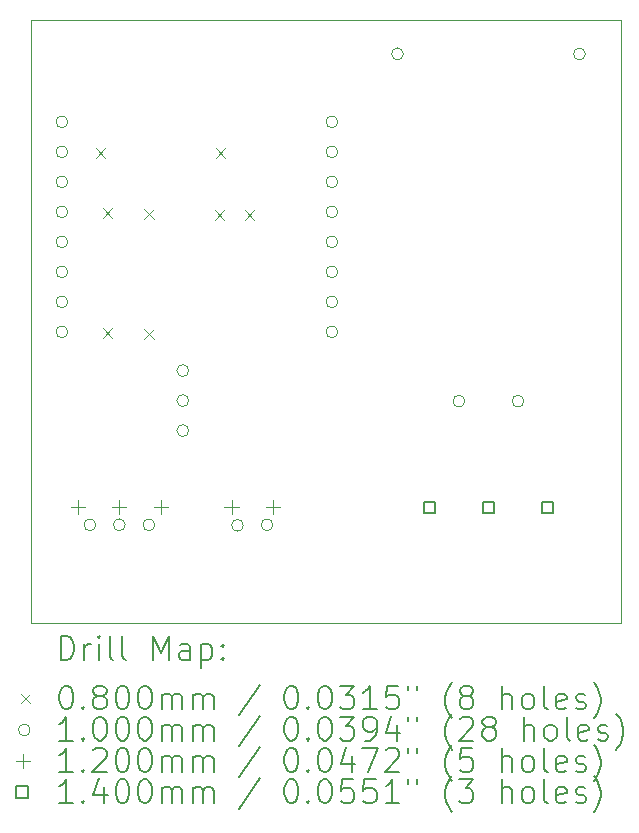
<source format=gbr>
%TF.GenerationSoftware,KiCad,Pcbnew,(6.0.7)*%
%TF.CreationDate,2022-12-11T11:01:54+01:00*%
%TF.ProjectId,CT_Clamp,43545f43-6c61-46d7-902e-6b696361645f,rev?*%
%TF.SameCoordinates,Original*%
%TF.FileFunction,Drillmap*%
%TF.FilePolarity,Positive*%
%FSLAX45Y45*%
G04 Gerber Fmt 4.5, Leading zero omitted, Abs format (unit mm)*
G04 Created by KiCad (PCBNEW (6.0.7)) date 2022-12-11 11:01:54*
%MOMM*%
%LPD*%
G01*
G04 APERTURE LIST*
%ADD10C,0.100000*%
%ADD11C,0.200000*%
%ADD12C,0.080000*%
%ADD13C,0.120000*%
%ADD14C,0.140000*%
G04 APERTURE END LIST*
D10*
X12175000Y-7150000D02*
X17175000Y-7150000D01*
X17175000Y-7150000D02*
X17175000Y-12250000D01*
X17175000Y-12250000D02*
X12175000Y-12250000D01*
X12175000Y-12250000D02*
X12175000Y-7150000D01*
D11*
D12*
X12727000Y-8235000D02*
X12807000Y-8315000D01*
X12807000Y-8235000D02*
X12727000Y-8315000D01*
X12785000Y-8744000D02*
X12865000Y-8824000D01*
X12865000Y-8744000D02*
X12785000Y-8824000D01*
X12785000Y-9760000D02*
X12865000Y-9840000D01*
X12865000Y-9760000D02*
X12785000Y-9840000D01*
X13135000Y-8752000D02*
X13215000Y-8832000D01*
X13215000Y-8752000D02*
X13135000Y-8832000D01*
X13135000Y-9768000D02*
X13215000Y-9848000D01*
X13215000Y-9768000D02*
X13135000Y-9848000D01*
X13735000Y-8760000D02*
X13815000Y-8840000D01*
X13815000Y-8760000D02*
X13735000Y-8840000D01*
X13743000Y-8235000D02*
X13823000Y-8315000D01*
X13823000Y-8235000D02*
X13743000Y-8315000D01*
X13985000Y-8760000D02*
X14065000Y-8840000D01*
X14065000Y-8760000D02*
X13985000Y-8840000D01*
D10*
X12488022Y-8011000D02*
G75*
G03*
X12488022Y-8011000I-50000J0D01*
G01*
X12488022Y-8265000D02*
G75*
G03*
X12488022Y-8265000I-50000J0D01*
G01*
X12488022Y-8519000D02*
G75*
G03*
X12488022Y-8519000I-50000J0D01*
G01*
X12488022Y-8773000D02*
G75*
G03*
X12488022Y-8773000I-50000J0D01*
G01*
X12488022Y-9027000D02*
G75*
G03*
X12488022Y-9027000I-50000J0D01*
G01*
X12488022Y-9281000D02*
G75*
G03*
X12488022Y-9281000I-50000J0D01*
G01*
X12488022Y-9535000D02*
G75*
G03*
X12488022Y-9535000I-50000J0D01*
G01*
X12488022Y-9789000D02*
G75*
G03*
X12488022Y-9789000I-50000J0D01*
G01*
X12725000Y-11422320D02*
G75*
G03*
X12725000Y-11422320I-50000J0D01*
G01*
X12975000Y-11422320D02*
G75*
G03*
X12975000Y-11422320I-50000J0D01*
G01*
X13225000Y-11422320D02*
G75*
G03*
X13225000Y-11422320I-50000J0D01*
G01*
X13512500Y-10117000D02*
G75*
G03*
X13512500Y-10117000I-50000J0D01*
G01*
X13512500Y-10371000D02*
G75*
G03*
X13512500Y-10371000I-50000J0D01*
G01*
X13512500Y-10625000D02*
G75*
G03*
X13512500Y-10625000I-50000J0D01*
G01*
X13975000Y-11427400D02*
G75*
G03*
X13975000Y-11427400I-50000J0D01*
G01*
X14225000Y-11422320D02*
G75*
G03*
X14225000Y-11422320I-50000J0D01*
G01*
X14774022Y-8011000D02*
G75*
G03*
X14774022Y-8011000I-50000J0D01*
G01*
X14774022Y-8265000D02*
G75*
G03*
X14774022Y-8265000I-50000J0D01*
G01*
X14774022Y-8519000D02*
G75*
G03*
X14774022Y-8519000I-50000J0D01*
G01*
X14774022Y-8773000D02*
G75*
G03*
X14774022Y-8773000I-50000J0D01*
G01*
X14774022Y-9027000D02*
G75*
G03*
X14774022Y-9027000I-50000J0D01*
G01*
X14774022Y-9281000D02*
G75*
G03*
X14774022Y-9281000I-50000J0D01*
G01*
X14774022Y-9535000D02*
G75*
G03*
X14774022Y-9535000I-50000J0D01*
G01*
X14774022Y-9789000D02*
G75*
G03*
X14774022Y-9789000I-50000J0D01*
G01*
X15330000Y-7435000D02*
G75*
G03*
X15330000Y-7435000I-50000J0D01*
G01*
X15850000Y-10375000D02*
G75*
G03*
X15850000Y-10375000I-50000J0D01*
G01*
X16350000Y-10375000D02*
G75*
G03*
X16350000Y-10375000I-50000J0D01*
G01*
X16870000Y-7435000D02*
G75*
G03*
X16870000Y-7435000I-50000J0D01*
G01*
D13*
X12575000Y-11215000D02*
X12575000Y-11335000D01*
X12515000Y-11275000D02*
X12635000Y-11275000D01*
X12925000Y-11215000D02*
X12925000Y-11335000D01*
X12865000Y-11275000D02*
X12985000Y-11275000D01*
X13275000Y-11215000D02*
X13275000Y-11335000D01*
X13215000Y-11275000D02*
X13335000Y-11275000D01*
X13875000Y-11215000D02*
X13875000Y-11335000D01*
X13815000Y-11275000D02*
X13935000Y-11275000D01*
X14225000Y-11215000D02*
X14225000Y-11335000D01*
X14165000Y-11275000D02*
X14285000Y-11275000D01*
D14*
X15599498Y-11324498D02*
X15599498Y-11225502D01*
X15500502Y-11225502D01*
X15500502Y-11324498D01*
X15599498Y-11324498D01*
X16099498Y-11324498D02*
X16099498Y-11225502D01*
X16000502Y-11225502D01*
X16000502Y-11324498D01*
X16099498Y-11324498D01*
X16599498Y-11324498D02*
X16599498Y-11225502D01*
X16500502Y-11225502D01*
X16500502Y-11324498D01*
X16599498Y-11324498D01*
D11*
X12427619Y-12565476D02*
X12427619Y-12365476D01*
X12475238Y-12365476D01*
X12503809Y-12375000D01*
X12522857Y-12394048D01*
X12532381Y-12413095D01*
X12541905Y-12451190D01*
X12541905Y-12479762D01*
X12532381Y-12517857D01*
X12522857Y-12536905D01*
X12503809Y-12555952D01*
X12475238Y-12565476D01*
X12427619Y-12565476D01*
X12627619Y-12565476D02*
X12627619Y-12432143D01*
X12627619Y-12470238D02*
X12637143Y-12451190D01*
X12646667Y-12441667D01*
X12665714Y-12432143D01*
X12684762Y-12432143D01*
X12751428Y-12565476D02*
X12751428Y-12432143D01*
X12751428Y-12365476D02*
X12741905Y-12375000D01*
X12751428Y-12384524D01*
X12760952Y-12375000D01*
X12751428Y-12365476D01*
X12751428Y-12384524D01*
X12875238Y-12565476D02*
X12856190Y-12555952D01*
X12846667Y-12536905D01*
X12846667Y-12365476D01*
X12980000Y-12565476D02*
X12960952Y-12555952D01*
X12951428Y-12536905D01*
X12951428Y-12365476D01*
X13208571Y-12565476D02*
X13208571Y-12365476D01*
X13275238Y-12508333D01*
X13341905Y-12365476D01*
X13341905Y-12565476D01*
X13522857Y-12565476D02*
X13522857Y-12460714D01*
X13513333Y-12441667D01*
X13494286Y-12432143D01*
X13456190Y-12432143D01*
X13437143Y-12441667D01*
X13522857Y-12555952D02*
X13503809Y-12565476D01*
X13456190Y-12565476D01*
X13437143Y-12555952D01*
X13427619Y-12536905D01*
X13427619Y-12517857D01*
X13437143Y-12498809D01*
X13456190Y-12489286D01*
X13503809Y-12489286D01*
X13522857Y-12479762D01*
X13618095Y-12432143D02*
X13618095Y-12632143D01*
X13618095Y-12441667D02*
X13637143Y-12432143D01*
X13675238Y-12432143D01*
X13694286Y-12441667D01*
X13703809Y-12451190D01*
X13713333Y-12470238D01*
X13713333Y-12527381D01*
X13703809Y-12546428D01*
X13694286Y-12555952D01*
X13675238Y-12565476D01*
X13637143Y-12565476D01*
X13618095Y-12555952D01*
X13799048Y-12546428D02*
X13808571Y-12555952D01*
X13799048Y-12565476D01*
X13789524Y-12555952D01*
X13799048Y-12546428D01*
X13799048Y-12565476D01*
X13799048Y-12441667D02*
X13808571Y-12451190D01*
X13799048Y-12460714D01*
X13789524Y-12451190D01*
X13799048Y-12441667D01*
X13799048Y-12460714D01*
D12*
X12090000Y-12855000D02*
X12170000Y-12935000D01*
X12170000Y-12855000D02*
X12090000Y-12935000D01*
D11*
X12465714Y-12785476D02*
X12484762Y-12785476D01*
X12503809Y-12795000D01*
X12513333Y-12804524D01*
X12522857Y-12823571D01*
X12532381Y-12861667D01*
X12532381Y-12909286D01*
X12522857Y-12947381D01*
X12513333Y-12966428D01*
X12503809Y-12975952D01*
X12484762Y-12985476D01*
X12465714Y-12985476D01*
X12446667Y-12975952D01*
X12437143Y-12966428D01*
X12427619Y-12947381D01*
X12418095Y-12909286D01*
X12418095Y-12861667D01*
X12427619Y-12823571D01*
X12437143Y-12804524D01*
X12446667Y-12795000D01*
X12465714Y-12785476D01*
X12618095Y-12966428D02*
X12627619Y-12975952D01*
X12618095Y-12985476D01*
X12608571Y-12975952D01*
X12618095Y-12966428D01*
X12618095Y-12985476D01*
X12741905Y-12871190D02*
X12722857Y-12861667D01*
X12713333Y-12852143D01*
X12703809Y-12833095D01*
X12703809Y-12823571D01*
X12713333Y-12804524D01*
X12722857Y-12795000D01*
X12741905Y-12785476D01*
X12780000Y-12785476D01*
X12799048Y-12795000D01*
X12808571Y-12804524D01*
X12818095Y-12823571D01*
X12818095Y-12833095D01*
X12808571Y-12852143D01*
X12799048Y-12861667D01*
X12780000Y-12871190D01*
X12741905Y-12871190D01*
X12722857Y-12880714D01*
X12713333Y-12890238D01*
X12703809Y-12909286D01*
X12703809Y-12947381D01*
X12713333Y-12966428D01*
X12722857Y-12975952D01*
X12741905Y-12985476D01*
X12780000Y-12985476D01*
X12799048Y-12975952D01*
X12808571Y-12966428D01*
X12818095Y-12947381D01*
X12818095Y-12909286D01*
X12808571Y-12890238D01*
X12799048Y-12880714D01*
X12780000Y-12871190D01*
X12941905Y-12785476D02*
X12960952Y-12785476D01*
X12980000Y-12795000D01*
X12989524Y-12804524D01*
X12999048Y-12823571D01*
X13008571Y-12861667D01*
X13008571Y-12909286D01*
X12999048Y-12947381D01*
X12989524Y-12966428D01*
X12980000Y-12975952D01*
X12960952Y-12985476D01*
X12941905Y-12985476D01*
X12922857Y-12975952D01*
X12913333Y-12966428D01*
X12903809Y-12947381D01*
X12894286Y-12909286D01*
X12894286Y-12861667D01*
X12903809Y-12823571D01*
X12913333Y-12804524D01*
X12922857Y-12795000D01*
X12941905Y-12785476D01*
X13132381Y-12785476D02*
X13151428Y-12785476D01*
X13170476Y-12795000D01*
X13180000Y-12804524D01*
X13189524Y-12823571D01*
X13199048Y-12861667D01*
X13199048Y-12909286D01*
X13189524Y-12947381D01*
X13180000Y-12966428D01*
X13170476Y-12975952D01*
X13151428Y-12985476D01*
X13132381Y-12985476D01*
X13113333Y-12975952D01*
X13103809Y-12966428D01*
X13094286Y-12947381D01*
X13084762Y-12909286D01*
X13084762Y-12861667D01*
X13094286Y-12823571D01*
X13103809Y-12804524D01*
X13113333Y-12795000D01*
X13132381Y-12785476D01*
X13284762Y-12985476D02*
X13284762Y-12852143D01*
X13284762Y-12871190D02*
X13294286Y-12861667D01*
X13313333Y-12852143D01*
X13341905Y-12852143D01*
X13360952Y-12861667D01*
X13370476Y-12880714D01*
X13370476Y-12985476D01*
X13370476Y-12880714D02*
X13380000Y-12861667D01*
X13399048Y-12852143D01*
X13427619Y-12852143D01*
X13446667Y-12861667D01*
X13456190Y-12880714D01*
X13456190Y-12985476D01*
X13551428Y-12985476D02*
X13551428Y-12852143D01*
X13551428Y-12871190D02*
X13560952Y-12861667D01*
X13580000Y-12852143D01*
X13608571Y-12852143D01*
X13627619Y-12861667D01*
X13637143Y-12880714D01*
X13637143Y-12985476D01*
X13637143Y-12880714D02*
X13646667Y-12861667D01*
X13665714Y-12852143D01*
X13694286Y-12852143D01*
X13713333Y-12861667D01*
X13722857Y-12880714D01*
X13722857Y-12985476D01*
X14113333Y-12775952D02*
X13941905Y-13033095D01*
X14370476Y-12785476D02*
X14389524Y-12785476D01*
X14408571Y-12795000D01*
X14418095Y-12804524D01*
X14427619Y-12823571D01*
X14437143Y-12861667D01*
X14437143Y-12909286D01*
X14427619Y-12947381D01*
X14418095Y-12966428D01*
X14408571Y-12975952D01*
X14389524Y-12985476D01*
X14370476Y-12985476D01*
X14351428Y-12975952D01*
X14341905Y-12966428D01*
X14332381Y-12947381D01*
X14322857Y-12909286D01*
X14322857Y-12861667D01*
X14332381Y-12823571D01*
X14341905Y-12804524D01*
X14351428Y-12795000D01*
X14370476Y-12785476D01*
X14522857Y-12966428D02*
X14532381Y-12975952D01*
X14522857Y-12985476D01*
X14513333Y-12975952D01*
X14522857Y-12966428D01*
X14522857Y-12985476D01*
X14656190Y-12785476D02*
X14675238Y-12785476D01*
X14694286Y-12795000D01*
X14703809Y-12804524D01*
X14713333Y-12823571D01*
X14722857Y-12861667D01*
X14722857Y-12909286D01*
X14713333Y-12947381D01*
X14703809Y-12966428D01*
X14694286Y-12975952D01*
X14675238Y-12985476D01*
X14656190Y-12985476D01*
X14637143Y-12975952D01*
X14627619Y-12966428D01*
X14618095Y-12947381D01*
X14608571Y-12909286D01*
X14608571Y-12861667D01*
X14618095Y-12823571D01*
X14627619Y-12804524D01*
X14637143Y-12795000D01*
X14656190Y-12785476D01*
X14789524Y-12785476D02*
X14913333Y-12785476D01*
X14846667Y-12861667D01*
X14875238Y-12861667D01*
X14894286Y-12871190D01*
X14903809Y-12880714D01*
X14913333Y-12899762D01*
X14913333Y-12947381D01*
X14903809Y-12966428D01*
X14894286Y-12975952D01*
X14875238Y-12985476D01*
X14818095Y-12985476D01*
X14799048Y-12975952D01*
X14789524Y-12966428D01*
X15103809Y-12985476D02*
X14989524Y-12985476D01*
X15046667Y-12985476D02*
X15046667Y-12785476D01*
X15027619Y-12814048D01*
X15008571Y-12833095D01*
X14989524Y-12842619D01*
X15284762Y-12785476D02*
X15189524Y-12785476D01*
X15180000Y-12880714D01*
X15189524Y-12871190D01*
X15208571Y-12861667D01*
X15256190Y-12861667D01*
X15275238Y-12871190D01*
X15284762Y-12880714D01*
X15294286Y-12899762D01*
X15294286Y-12947381D01*
X15284762Y-12966428D01*
X15275238Y-12975952D01*
X15256190Y-12985476D01*
X15208571Y-12985476D01*
X15189524Y-12975952D01*
X15180000Y-12966428D01*
X15370476Y-12785476D02*
X15370476Y-12823571D01*
X15446667Y-12785476D02*
X15446667Y-12823571D01*
X15741905Y-13061667D02*
X15732381Y-13052143D01*
X15713333Y-13023571D01*
X15703809Y-13004524D01*
X15694286Y-12975952D01*
X15684762Y-12928333D01*
X15684762Y-12890238D01*
X15694286Y-12842619D01*
X15703809Y-12814048D01*
X15713333Y-12795000D01*
X15732381Y-12766428D01*
X15741905Y-12756905D01*
X15846667Y-12871190D02*
X15827619Y-12861667D01*
X15818095Y-12852143D01*
X15808571Y-12833095D01*
X15808571Y-12823571D01*
X15818095Y-12804524D01*
X15827619Y-12795000D01*
X15846667Y-12785476D01*
X15884762Y-12785476D01*
X15903809Y-12795000D01*
X15913333Y-12804524D01*
X15922857Y-12823571D01*
X15922857Y-12833095D01*
X15913333Y-12852143D01*
X15903809Y-12861667D01*
X15884762Y-12871190D01*
X15846667Y-12871190D01*
X15827619Y-12880714D01*
X15818095Y-12890238D01*
X15808571Y-12909286D01*
X15808571Y-12947381D01*
X15818095Y-12966428D01*
X15827619Y-12975952D01*
X15846667Y-12985476D01*
X15884762Y-12985476D01*
X15903809Y-12975952D01*
X15913333Y-12966428D01*
X15922857Y-12947381D01*
X15922857Y-12909286D01*
X15913333Y-12890238D01*
X15903809Y-12880714D01*
X15884762Y-12871190D01*
X16160952Y-12985476D02*
X16160952Y-12785476D01*
X16246667Y-12985476D02*
X16246667Y-12880714D01*
X16237143Y-12861667D01*
X16218095Y-12852143D01*
X16189524Y-12852143D01*
X16170476Y-12861667D01*
X16160952Y-12871190D01*
X16370476Y-12985476D02*
X16351428Y-12975952D01*
X16341905Y-12966428D01*
X16332381Y-12947381D01*
X16332381Y-12890238D01*
X16341905Y-12871190D01*
X16351428Y-12861667D01*
X16370476Y-12852143D01*
X16399048Y-12852143D01*
X16418095Y-12861667D01*
X16427619Y-12871190D01*
X16437143Y-12890238D01*
X16437143Y-12947381D01*
X16427619Y-12966428D01*
X16418095Y-12975952D01*
X16399048Y-12985476D01*
X16370476Y-12985476D01*
X16551428Y-12985476D02*
X16532381Y-12975952D01*
X16522857Y-12956905D01*
X16522857Y-12785476D01*
X16703809Y-12975952D02*
X16684762Y-12985476D01*
X16646667Y-12985476D01*
X16627619Y-12975952D01*
X16618095Y-12956905D01*
X16618095Y-12880714D01*
X16627619Y-12861667D01*
X16646667Y-12852143D01*
X16684762Y-12852143D01*
X16703809Y-12861667D01*
X16713333Y-12880714D01*
X16713333Y-12899762D01*
X16618095Y-12918809D01*
X16789524Y-12975952D02*
X16808571Y-12985476D01*
X16846667Y-12985476D01*
X16865714Y-12975952D01*
X16875238Y-12956905D01*
X16875238Y-12947381D01*
X16865714Y-12928333D01*
X16846667Y-12918809D01*
X16818095Y-12918809D01*
X16799048Y-12909286D01*
X16789524Y-12890238D01*
X16789524Y-12880714D01*
X16799048Y-12861667D01*
X16818095Y-12852143D01*
X16846667Y-12852143D01*
X16865714Y-12861667D01*
X16941905Y-13061667D02*
X16951429Y-13052143D01*
X16970476Y-13023571D01*
X16980000Y-13004524D01*
X16989524Y-12975952D01*
X16999048Y-12928333D01*
X16999048Y-12890238D01*
X16989524Y-12842619D01*
X16980000Y-12814048D01*
X16970476Y-12795000D01*
X16951429Y-12766428D01*
X16941905Y-12756905D01*
D10*
X12170000Y-13159000D02*
G75*
G03*
X12170000Y-13159000I-50000J0D01*
G01*
D11*
X12532381Y-13249476D02*
X12418095Y-13249476D01*
X12475238Y-13249476D02*
X12475238Y-13049476D01*
X12456190Y-13078048D01*
X12437143Y-13097095D01*
X12418095Y-13106619D01*
X12618095Y-13230428D02*
X12627619Y-13239952D01*
X12618095Y-13249476D01*
X12608571Y-13239952D01*
X12618095Y-13230428D01*
X12618095Y-13249476D01*
X12751428Y-13049476D02*
X12770476Y-13049476D01*
X12789524Y-13059000D01*
X12799048Y-13068524D01*
X12808571Y-13087571D01*
X12818095Y-13125667D01*
X12818095Y-13173286D01*
X12808571Y-13211381D01*
X12799048Y-13230428D01*
X12789524Y-13239952D01*
X12770476Y-13249476D01*
X12751428Y-13249476D01*
X12732381Y-13239952D01*
X12722857Y-13230428D01*
X12713333Y-13211381D01*
X12703809Y-13173286D01*
X12703809Y-13125667D01*
X12713333Y-13087571D01*
X12722857Y-13068524D01*
X12732381Y-13059000D01*
X12751428Y-13049476D01*
X12941905Y-13049476D02*
X12960952Y-13049476D01*
X12980000Y-13059000D01*
X12989524Y-13068524D01*
X12999048Y-13087571D01*
X13008571Y-13125667D01*
X13008571Y-13173286D01*
X12999048Y-13211381D01*
X12989524Y-13230428D01*
X12980000Y-13239952D01*
X12960952Y-13249476D01*
X12941905Y-13249476D01*
X12922857Y-13239952D01*
X12913333Y-13230428D01*
X12903809Y-13211381D01*
X12894286Y-13173286D01*
X12894286Y-13125667D01*
X12903809Y-13087571D01*
X12913333Y-13068524D01*
X12922857Y-13059000D01*
X12941905Y-13049476D01*
X13132381Y-13049476D02*
X13151428Y-13049476D01*
X13170476Y-13059000D01*
X13180000Y-13068524D01*
X13189524Y-13087571D01*
X13199048Y-13125667D01*
X13199048Y-13173286D01*
X13189524Y-13211381D01*
X13180000Y-13230428D01*
X13170476Y-13239952D01*
X13151428Y-13249476D01*
X13132381Y-13249476D01*
X13113333Y-13239952D01*
X13103809Y-13230428D01*
X13094286Y-13211381D01*
X13084762Y-13173286D01*
X13084762Y-13125667D01*
X13094286Y-13087571D01*
X13103809Y-13068524D01*
X13113333Y-13059000D01*
X13132381Y-13049476D01*
X13284762Y-13249476D02*
X13284762Y-13116143D01*
X13284762Y-13135190D02*
X13294286Y-13125667D01*
X13313333Y-13116143D01*
X13341905Y-13116143D01*
X13360952Y-13125667D01*
X13370476Y-13144714D01*
X13370476Y-13249476D01*
X13370476Y-13144714D02*
X13380000Y-13125667D01*
X13399048Y-13116143D01*
X13427619Y-13116143D01*
X13446667Y-13125667D01*
X13456190Y-13144714D01*
X13456190Y-13249476D01*
X13551428Y-13249476D02*
X13551428Y-13116143D01*
X13551428Y-13135190D02*
X13560952Y-13125667D01*
X13580000Y-13116143D01*
X13608571Y-13116143D01*
X13627619Y-13125667D01*
X13637143Y-13144714D01*
X13637143Y-13249476D01*
X13637143Y-13144714D02*
X13646667Y-13125667D01*
X13665714Y-13116143D01*
X13694286Y-13116143D01*
X13713333Y-13125667D01*
X13722857Y-13144714D01*
X13722857Y-13249476D01*
X14113333Y-13039952D02*
X13941905Y-13297095D01*
X14370476Y-13049476D02*
X14389524Y-13049476D01*
X14408571Y-13059000D01*
X14418095Y-13068524D01*
X14427619Y-13087571D01*
X14437143Y-13125667D01*
X14437143Y-13173286D01*
X14427619Y-13211381D01*
X14418095Y-13230428D01*
X14408571Y-13239952D01*
X14389524Y-13249476D01*
X14370476Y-13249476D01*
X14351428Y-13239952D01*
X14341905Y-13230428D01*
X14332381Y-13211381D01*
X14322857Y-13173286D01*
X14322857Y-13125667D01*
X14332381Y-13087571D01*
X14341905Y-13068524D01*
X14351428Y-13059000D01*
X14370476Y-13049476D01*
X14522857Y-13230428D02*
X14532381Y-13239952D01*
X14522857Y-13249476D01*
X14513333Y-13239952D01*
X14522857Y-13230428D01*
X14522857Y-13249476D01*
X14656190Y-13049476D02*
X14675238Y-13049476D01*
X14694286Y-13059000D01*
X14703809Y-13068524D01*
X14713333Y-13087571D01*
X14722857Y-13125667D01*
X14722857Y-13173286D01*
X14713333Y-13211381D01*
X14703809Y-13230428D01*
X14694286Y-13239952D01*
X14675238Y-13249476D01*
X14656190Y-13249476D01*
X14637143Y-13239952D01*
X14627619Y-13230428D01*
X14618095Y-13211381D01*
X14608571Y-13173286D01*
X14608571Y-13125667D01*
X14618095Y-13087571D01*
X14627619Y-13068524D01*
X14637143Y-13059000D01*
X14656190Y-13049476D01*
X14789524Y-13049476D02*
X14913333Y-13049476D01*
X14846667Y-13125667D01*
X14875238Y-13125667D01*
X14894286Y-13135190D01*
X14903809Y-13144714D01*
X14913333Y-13163762D01*
X14913333Y-13211381D01*
X14903809Y-13230428D01*
X14894286Y-13239952D01*
X14875238Y-13249476D01*
X14818095Y-13249476D01*
X14799048Y-13239952D01*
X14789524Y-13230428D01*
X15008571Y-13249476D02*
X15046667Y-13249476D01*
X15065714Y-13239952D01*
X15075238Y-13230428D01*
X15094286Y-13201857D01*
X15103809Y-13163762D01*
X15103809Y-13087571D01*
X15094286Y-13068524D01*
X15084762Y-13059000D01*
X15065714Y-13049476D01*
X15027619Y-13049476D01*
X15008571Y-13059000D01*
X14999048Y-13068524D01*
X14989524Y-13087571D01*
X14989524Y-13135190D01*
X14999048Y-13154238D01*
X15008571Y-13163762D01*
X15027619Y-13173286D01*
X15065714Y-13173286D01*
X15084762Y-13163762D01*
X15094286Y-13154238D01*
X15103809Y-13135190D01*
X15275238Y-13116143D02*
X15275238Y-13249476D01*
X15227619Y-13039952D02*
X15180000Y-13182809D01*
X15303809Y-13182809D01*
X15370476Y-13049476D02*
X15370476Y-13087571D01*
X15446667Y-13049476D02*
X15446667Y-13087571D01*
X15741905Y-13325667D02*
X15732381Y-13316143D01*
X15713333Y-13287571D01*
X15703809Y-13268524D01*
X15694286Y-13239952D01*
X15684762Y-13192333D01*
X15684762Y-13154238D01*
X15694286Y-13106619D01*
X15703809Y-13078048D01*
X15713333Y-13059000D01*
X15732381Y-13030428D01*
X15741905Y-13020905D01*
X15808571Y-13068524D02*
X15818095Y-13059000D01*
X15837143Y-13049476D01*
X15884762Y-13049476D01*
X15903809Y-13059000D01*
X15913333Y-13068524D01*
X15922857Y-13087571D01*
X15922857Y-13106619D01*
X15913333Y-13135190D01*
X15799048Y-13249476D01*
X15922857Y-13249476D01*
X16037143Y-13135190D02*
X16018095Y-13125667D01*
X16008571Y-13116143D01*
X15999048Y-13097095D01*
X15999048Y-13087571D01*
X16008571Y-13068524D01*
X16018095Y-13059000D01*
X16037143Y-13049476D01*
X16075238Y-13049476D01*
X16094286Y-13059000D01*
X16103809Y-13068524D01*
X16113333Y-13087571D01*
X16113333Y-13097095D01*
X16103809Y-13116143D01*
X16094286Y-13125667D01*
X16075238Y-13135190D01*
X16037143Y-13135190D01*
X16018095Y-13144714D01*
X16008571Y-13154238D01*
X15999048Y-13173286D01*
X15999048Y-13211381D01*
X16008571Y-13230428D01*
X16018095Y-13239952D01*
X16037143Y-13249476D01*
X16075238Y-13249476D01*
X16094286Y-13239952D01*
X16103809Y-13230428D01*
X16113333Y-13211381D01*
X16113333Y-13173286D01*
X16103809Y-13154238D01*
X16094286Y-13144714D01*
X16075238Y-13135190D01*
X16351428Y-13249476D02*
X16351428Y-13049476D01*
X16437143Y-13249476D02*
X16437143Y-13144714D01*
X16427619Y-13125667D01*
X16408571Y-13116143D01*
X16380000Y-13116143D01*
X16360952Y-13125667D01*
X16351428Y-13135190D01*
X16560952Y-13249476D02*
X16541905Y-13239952D01*
X16532381Y-13230428D01*
X16522857Y-13211381D01*
X16522857Y-13154238D01*
X16532381Y-13135190D01*
X16541905Y-13125667D01*
X16560952Y-13116143D01*
X16589524Y-13116143D01*
X16608571Y-13125667D01*
X16618095Y-13135190D01*
X16627619Y-13154238D01*
X16627619Y-13211381D01*
X16618095Y-13230428D01*
X16608571Y-13239952D01*
X16589524Y-13249476D01*
X16560952Y-13249476D01*
X16741905Y-13249476D02*
X16722857Y-13239952D01*
X16713333Y-13220905D01*
X16713333Y-13049476D01*
X16894286Y-13239952D02*
X16875238Y-13249476D01*
X16837143Y-13249476D01*
X16818095Y-13239952D01*
X16808571Y-13220905D01*
X16808571Y-13144714D01*
X16818095Y-13125667D01*
X16837143Y-13116143D01*
X16875238Y-13116143D01*
X16894286Y-13125667D01*
X16903810Y-13144714D01*
X16903810Y-13163762D01*
X16808571Y-13182809D01*
X16980000Y-13239952D02*
X16999048Y-13249476D01*
X17037143Y-13249476D01*
X17056190Y-13239952D01*
X17065714Y-13220905D01*
X17065714Y-13211381D01*
X17056190Y-13192333D01*
X17037143Y-13182809D01*
X17008571Y-13182809D01*
X16989524Y-13173286D01*
X16980000Y-13154238D01*
X16980000Y-13144714D01*
X16989524Y-13125667D01*
X17008571Y-13116143D01*
X17037143Y-13116143D01*
X17056190Y-13125667D01*
X17132381Y-13325667D02*
X17141905Y-13316143D01*
X17160952Y-13287571D01*
X17170476Y-13268524D01*
X17180000Y-13239952D01*
X17189524Y-13192333D01*
X17189524Y-13154238D01*
X17180000Y-13106619D01*
X17170476Y-13078048D01*
X17160952Y-13059000D01*
X17141905Y-13030428D01*
X17132381Y-13020905D01*
D13*
X12110000Y-13363000D02*
X12110000Y-13483000D01*
X12050000Y-13423000D02*
X12170000Y-13423000D01*
D11*
X12532381Y-13513476D02*
X12418095Y-13513476D01*
X12475238Y-13513476D02*
X12475238Y-13313476D01*
X12456190Y-13342048D01*
X12437143Y-13361095D01*
X12418095Y-13370619D01*
X12618095Y-13494428D02*
X12627619Y-13503952D01*
X12618095Y-13513476D01*
X12608571Y-13503952D01*
X12618095Y-13494428D01*
X12618095Y-13513476D01*
X12703809Y-13332524D02*
X12713333Y-13323000D01*
X12732381Y-13313476D01*
X12780000Y-13313476D01*
X12799048Y-13323000D01*
X12808571Y-13332524D01*
X12818095Y-13351571D01*
X12818095Y-13370619D01*
X12808571Y-13399190D01*
X12694286Y-13513476D01*
X12818095Y-13513476D01*
X12941905Y-13313476D02*
X12960952Y-13313476D01*
X12980000Y-13323000D01*
X12989524Y-13332524D01*
X12999048Y-13351571D01*
X13008571Y-13389667D01*
X13008571Y-13437286D01*
X12999048Y-13475381D01*
X12989524Y-13494428D01*
X12980000Y-13503952D01*
X12960952Y-13513476D01*
X12941905Y-13513476D01*
X12922857Y-13503952D01*
X12913333Y-13494428D01*
X12903809Y-13475381D01*
X12894286Y-13437286D01*
X12894286Y-13389667D01*
X12903809Y-13351571D01*
X12913333Y-13332524D01*
X12922857Y-13323000D01*
X12941905Y-13313476D01*
X13132381Y-13313476D02*
X13151428Y-13313476D01*
X13170476Y-13323000D01*
X13180000Y-13332524D01*
X13189524Y-13351571D01*
X13199048Y-13389667D01*
X13199048Y-13437286D01*
X13189524Y-13475381D01*
X13180000Y-13494428D01*
X13170476Y-13503952D01*
X13151428Y-13513476D01*
X13132381Y-13513476D01*
X13113333Y-13503952D01*
X13103809Y-13494428D01*
X13094286Y-13475381D01*
X13084762Y-13437286D01*
X13084762Y-13389667D01*
X13094286Y-13351571D01*
X13103809Y-13332524D01*
X13113333Y-13323000D01*
X13132381Y-13313476D01*
X13284762Y-13513476D02*
X13284762Y-13380143D01*
X13284762Y-13399190D02*
X13294286Y-13389667D01*
X13313333Y-13380143D01*
X13341905Y-13380143D01*
X13360952Y-13389667D01*
X13370476Y-13408714D01*
X13370476Y-13513476D01*
X13370476Y-13408714D02*
X13380000Y-13389667D01*
X13399048Y-13380143D01*
X13427619Y-13380143D01*
X13446667Y-13389667D01*
X13456190Y-13408714D01*
X13456190Y-13513476D01*
X13551428Y-13513476D02*
X13551428Y-13380143D01*
X13551428Y-13399190D02*
X13560952Y-13389667D01*
X13580000Y-13380143D01*
X13608571Y-13380143D01*
X13627619Y-13389667D01*
X13637143Y-13408714D01*
X13637143Y-13513476D01*
X13637143Y-13408714D02*
X13646667Y-13389667D01*
X13665714Y-13380143D01*
X13694286Y-13380143D01*
X13713333Y-13389667D01*
X13722857Y-13408714D01*
X13722857Y-13513476D01*
X14113333Y-13303952D02*
X13941905Y-13561095D01*
X14370476Y-13313476D02*
X14389524Y-13313476D01*
X14408571Y-13323000D01*
X14418095Y-13332524D01*
X14427619Y-13351571D01*
X14437143Y-13389667D01*
X14437143Y-13437286D01*
X14427619Y-13475381D01*
X14418095Y-13494428D01*
X14408571Y-13503952D01*
X14389524Y-13513476D01*
X14370476Y-13513476D01*
X14351428Y-13503952D01*
X14341905Y-13494428D01*
X14332381Y-13475381D01*
X14322857Y-13437286D01*
X14322857Y-13389667D01*
X14332381Y-13351571D01*
X14341905Y-13332524D01*
X14351428Y-13323000D01*
X14370476Y-13313476D01*
X14522857Y-13494428D02*
X14532381Y-13503952D01*
X14522857Y-13513476D01*
X14513333Y-13503952D01*
X14522857Y-13494428D01*
X14522857Y-13513476D01*
X14656190Y-13313476D02*
X14675238Y-13313476D01*
X14694286Y-13323000D01*
X14703809Y-13332524D01*
X14713333Y-13351571D01*
X14722857Y-13389667D01*
X14722857Y-13437286D01*
X14713333Y-13475381D01*
X14703809Y-13494428D01*
X14694286Y-13503952D01*
X14675238Y-13513476D01*
X14656190Y-13513476D01*
X14637143Y-13503952D01*
X14627619Y-13494428D01*
X14618095Y-13475381D01*
X14608571Y-13437286D01*
X14608571Y-13389667D01*
X14618095Y-13351571D01*
X14627619Y-13332524D01*
X14637143Y-13323000D01*
X14656190Y-13313476D01*
X14894286Y-13380143D02*
X14894286Y-13513476D01*
X14846667Y-13303952D02*
X14799048Y-13446809D01*
X14922857Y-13446809D01*
X14980000Y-13313476D02*
X15113333Y-13313476D01*
X15027619Y-13513476D01*
X15180000Y-13332524D02*
X15189524Y-13323000D01*
X15208571Y-13313476D01*
X15256190Y-13313476D01*
X15275238Y-13323000D01*
X15284762Y-13332524D01*
X15294286Y-13351571D01*
X15294286Y-13370619D01*
X15284762Y-13399190D01*
X15170476Y-13513476D01*
X15294286Y-13513476D01*
X15370476Y-13313476D02*
X15370476Y-13351571D01*
X15446667Y-13313476D02*
X15446667Y-13351571D01*
X15741905Y-13589667D02*
X15732381Y-13580143D01*
X15713333Y-13551571D01*
X15703809Y-13532524D01*
X15694286Y-13503952D01*
X15684762Y-13456333D01*
X15684762Y-13418238D01*
X15694286Y-13370619D01*
X15703809Y-13342048D01*
X15713333Y-13323000D01*
X15732381Y-13294428D01*
X15741905Y-13284905D01*
X15913333Y-13313476D02*
X15818095Y-13313476D01*
X15808571Y-13408714D01*
X15818095Y-13399190D01*
X15837143Y-13389667D01*
X15884762Y-13389667D01*
X15903809Y-13399190D01*
X15913333Y-13408714D01*
X15922857Y-13427762D01*
X15922857Y-13475381D01*
X15913333Y-13494428D01*
X15903809Y-13503952D01*
X15884762Y-13513476D01*
X15837143Y-13513476D01*
X15818095Y-13503952D01*
X15808571Y-13494428D01*
X16160952Y-13513476D02*
X16160952Y-13313476D01*
X16246667Y-13513476D02*
X16246667Y-13408714D01*
X16237143Y-13389667D01*
X16218095Y-13380143D01*
X16189524Y-13380143D01*
X16170476Y-13389667D01*
X16160952Y-13399190D01*
X16370476Y-13513476D02*
X16351428Y-13503952D01*
X16341905Y-13494428D01*
X16332381Y-13475381D01*
X16332381Y-13418238D01*
X16341905Y-13399190D01*
X16351428Y-13389667D01*
X16370476Y-13380143D01*
X16399048Y-13380143D01*
X16418095Y-13389667D01*
X16427619Y-13399190D01*
X16437143Y-13418238D01*
X16437143Y-13475381D01*
X16427619Y-13494428D01*
X16418095Y-13503952D01*
X16399048Y-13513476D01*
X16370476Y-13513476D01*
X16551428Y-13513476D02*
X16532381Y-13503952D01*
X16522857Y-13484905D01*
X16522857Y-13313476D01*
X16703809Y-13503952D02*
X16684762Y-13513476D01*
X16646667Y-13513476D01*
X16627619Y-13503952D01*
X16618095Y-13484905D01*
X16618095Y-13408714D01*
X16627619Y-13389667D01*
X16646667Y-13380143D01*
X16684762Y-13380143D01*
X16703809Y-13389667D01*
X16713333Y-13408714D01*
X16713333Y-13427762D01*
X16618095Y-13446809D01*
X16789524Y-13503952D02*
X16808571Y-13513476D01*
X16846667Y-13513476D01*
X16865714Y-13503952D01*
X16875238Y-13484905D01*
X16875238Y-13475381D01*
X16865714Y-13456333D01*
X16846667Y-13446809D01*
X16818095Y-13446809D01*
X16799048Y-13437286D01*
X16789524Y-13418238D01*
X16789524Y-13408714D01*
X16799048Y-13389667D01*
X16818095Y-13380143D01*
X16846667Y-13380143D01*
X16865714Y-13389667D01*
X16941905Y-13589667D02*
X16951429Y-13580143D01*
X16970476Y-13551571D01*
X16980000Y-13532524D01*
X16989524Y-13503952D01*
X16999048Y-13456333D01*
X16999048Y-13418238D01*
X16989524Y-13370619D01*
X16980000Y-13342048D01*
X16970476Y-13323000D01*
X16951429Y-13294428D01*
X16941905Y-13284905D01*
D14*
X12149498Y-13736498D02*
X12149498Y-13637502D01*
X12050502Y-13637502D01*
X12050502Y-13736498D01*
X12149498Y-13736498D01*
D11*
X12532381Y-13777476D02*
X12418095Y-13777476D01*
X12475238Y-13777476D02*
X12475238Y-13577476D01*
X12456190Y-13606048D01*
X12437143Y-13625095D01*
X12418095Y-13634619D01*
X12618095Y-13758428D02*
X12627619Y-13767952D01*
X12618095Y-13777476D01*
X12608571Y-13767952D01*
X12618095Y-13758428D01*
X12618095Y-13777476D01*
X12799048Y-13644143D02*
X12799048Y-13777476D01*
X12751428Y-13567952D02*
X12703809Y-13710809D01*
X12827619Y-13710809D01*
X12941905Y-13577476D02*
X12960952Y-13577476D01*
X12980000Y-13587000D01*
X12989524Y-13596524D01*
X12999048Y-13615571D01*
X13008571Y-13653667D01*
X13008571Y-13701286D01*
X12999048Y-13739381D01*
X12989524Y-13758428D01*
X12980000Y-13767952D01*
X12960952Y-13777476D01*
X12941905Y-13777476D01*
X12922857Y-13767952D01*
X12913333Y-13758428D01*
X12903809Y-13739381D01*
X12894286Y-13701286D01*
X12894286Y-13653667D01*
X12903809Y-13615571D01*
X12913333Y-13596524D01*
X12922857Y-13587000D01*
X12941905Y-13577476D01*
X13132381Y-13577476D02*
X13151428Y-13577476D01*
X13170476Y-13587000D01*
X13180000Y-13596524D01*
X13189524Y-13615571D01*
X13199048Y-13653667D01*
X13199048Y-13701286D01*
X13189524Y-13739381D01*
X13180000Y-13758428D01*
X13170476Y-13767952D01*
X13151428Y-13777476D01*
X13132381Y-13777476D01*
X13113333Y-13767952D01*
X13103809Y-13758428D01*
X13094286Y-13739381D01*
X13084762Y-13701286D01*
X13084762Y-13653667D01*
X13094286Y-13615571D01*
X13103809Y-13596524D01*
X13113333Y-13587000D01*
X13132381Y-13577476D01*
X13284762Y-13777476D02*
X13284762Y-13644143D01*
X13284762Y-13663190D02*
X13294286Y-13653667D01*
X13313333Y-13644143D01*
X13341905Y-13644143D01*
X13360952Y-13653667D01*
X13370476Y-13672714D01*
X13370476Y-13777476D01*
X13370476Y-13672714D02*
X13380000Y-13653667D01*
X13399048Y-13644143D01*
X13427619Y-13644143D01*
X13446667Y-13653667D01*
X13456190Y-13672714D01*
X13456190Y-13777476D01*
X13551428Y-13777476D02*
X13551428Y-13644143D01*
X13551428Y-13663190D02*
X13560952Y-13653667D01*
X13580000Y-13644143D01*
X13608571Y-13644143D01*
X13627619Y-13653667D01*
X13637143Y-13672714D01*
X13637143Y-13777476D01*
X13637143Y-13672714D02*
X13646667Y-13653667D01*
X13665714Y-13644143D01*
X13694286Y-13644143D01*
X13713333Y-13653667D01*
X13722857Y-13672714D01*
X13722857Y-13777476D01*
X14113333Y-13567952D02*
X13941905Y-13825095D01*
X14370476Y-13577476D02*
X14389524Y-13577476D01*
X14408571Y-13587000D01*
X14418095Y-13596524D01*
X14427619Y-13615571D01*
X14437143Y-13653667D01*
X14437143Y-13701286D01*
X14427619Y-13739381D01*
X14418095Y-13758428D01*
X14408571Y-13767952D01*
X14389524Y-13777476D01*
X14370476Y-13777476D01*
X14351428Y-13767952D01*
X14341905Y-13758428D01*
X14332381Y-13739381D01*
X14322857Y-13701286D01*
X14322857Y-13653667D01*
X14332381Y-13615571D01*
X14341905Y-13596524D01*
X14351428Y-13587000D01*
X14370476Y-13577476D01*
X14522857Y-13758428D02*
X14532381Y-13767952D01*
X14522857Y-13777476D01*
X14513333Y-13767952D01*
X14522857Y-13758428D01*
X14522857Y-13777476D01*
X14656190Y-13577476D02*
X14675238Y-13577476D01*
X14694286Y-13587000D01*
X14703809Y-13596524D01*
X14713333Y-13615571D01*
X14722857Y-13653667D01*
X14722857Y-13701286D01*
X14713333Y-13739381D01*
X14703809Y-13758428D01*
X14694286Y-13767952D01*
X14675238Y-13777476D01*
X14656190Y-13777476D01*
X14637143Y-13767952D01*
X14627619Y-13758428D01*
X14618095Y-13739381D01*
X14608571Y-13701286D01*
X14608571Y-13653667D01*
X14618095Y-13615571D01*
X14627619Y-13596524D01*
X14637143Y-13587000D01*
X14656190Y-13577476D01*
X14903809Y-13577476D02*
X14808571Y-13577476D01*
X14799048Y-13672714D01*
X14808571Y-13663190D01*
X14827619Y-13653667D01*
X14875238Y-13653667D01*
X14894286Y-13663190D01*
X14903809Y-13672714D01*
X14913333Y-13691762D01*
X14913333Y-13739381D01*
X14903809Y-13758428D01*
X14894286Y-13767952D01*
X14875238Y-13777476D01*
X14827619Y-13777476D01*
X14808571Y-13767952D01*
X14799048Y-13758428D01*
X15094286Y-13577476D02*
X14999048Y-13577476D01*
X14989524Y-13672714D01*
X14999048Y-13663190D01*
X15018095Y-13653667D01*
X15065714Y-13653667D01*
X15084762Y-13663190D01*
X15094286Y-13672714D01*
X15103809Y-13691762D01*
X15103809Y-13739381D01*
X15094286Y-13758428D01*
X15084762Y-13767952D01*
X15065714Y-13777476D01*
X15018095Y-13777476D01*
X14999048Y-13767952D01*
X14989524Y-13758428D01*
X15294286Y-13777476D02*
X15180000Y-13777476D01*
X15237143Y-13777476D02*
X15237143Y-13577476D01*
X15218095Y-13606048D01*
X15199048Y-13625095D01*
X15180000Y-13634619D01*
X15370476Y-13577476D02*
X15370476Y-13615571D01*
X15446667Y-13577476D02*
X15446667Y-13615571D01*
X15741905Y-13853667D02*
X15732381Y-13844143D01*
X15713333Y-13815571D01*
X15703809Y-13796524D01*
X15694286Y-13767952D01*
X15684762Y-13720333D01*
X15684762Y-13682238D01*
X15694286Y-13634619D01*
X15703809Y-13606048D01*
X15713333Y-13587000D01*
X15732381Y-13558428D01*
X15741905Y-13548905D01*
X15799048Y-13577476D02*
X15922857Y-13577476D01*
X15856190Y-13653667D01*
X15884762Y-13653667D01*
X15903809Y-13663190D01*
X15913333Y-13672714D01*
X15922857Y-13691762D01*
X15922857Y-13739381D01*
X15913333Y-13758428D01*
X15903809Y-13767952D01*
X15884762Y-13777476D01*
X15827619Y-13777476D01*
X15808571Y-13767952D01*
X15799048Y-13758428D01*
X16160952Y-13777476D02*
X16160952Y-13577476D01*
X16246667Y-13777476D02*
X16246667Y-13672714D01*
X16237143Y-13653667D01*
X16218095Y-13644143D01*
X16189524Y-13644143D01*
X16170476Y-13653667D01*
X16160952Y-13663190D01*
X16370476Y-13777476D02*
X16351428Y-13767952D01*
X16341905Y-13758428D01*
X16332381Y-13739381D01*
X16332381Y-13682238D01*
X16341905Y-13663190D01*
X16351428Y-13653667D01*
X16370476Y-13644143D01*
X16399048Y-13644143D01*
X16418095Y-13653667D01*
X16427619Y-13663190D01*
X16437143Y-13682238D01*
X16437143Y-13739381D01*
X16427619Y-13758428D01*
X16418095Y-13767952D01*
X16399048Y-13777476D01*
X16370476Y-13777476D01*
X16551428Y-13777476D02*
X16532381Y-13767952D01*
X16522857Y-13748905D01*
X16522857Y-13577476D01*
X16703809Y-13767952D02*
X16684762Y-13777476D01*
X16646667Y-13777476D01*
X16627619Y-13767952D01*
X16618095Y-13748905D01*
X16618095Y-13672714D01*
X16627619Y-13653667D01*
X16646667Y-13644143D01*
X16684762Y-13644143D01*
X16703809Y-13653667D01*
X16713333Y-13672714D01*
X16713333Y-13691762D01*
X16618095Y-13710809D01*
X16789524Y-13767952D02*
X16808571Y-13777476D01*
X16846667Y-13777476D01*
X16865714Y-13767952D01*
X16875238Y-13748905D01*
X16875238Y-13739381D01*
X16865714Y-13720333D01*
X16846667Y-13710809D01*
X16818095Y-13710809D01*
X16799048Y-13701286D01*
X16789524Y-13682238D01*
X16789524Y-13672714D01*
X16799048Y-13653667D01*
X16818095Y-13644143D01*
X16846667Y-13644143D01*
X16865714Y-13653667D01*
X16941905Y-13853667D02*
X16951429Y-13844143D01*
X16970476Y-13815571D01*
X16980000Y-13796524D01*
X16989524Y-13767952D01*
X16999048Y-13720333D01*
X16999048Y-13682238D01*
X16989524Y-13634619D01*
X16980000Y-13606048D01*
X16970476Y-13587000D01*
X16951429Y-13558428D01*
X16941905Y-13548905D01*
M02*

</source>
